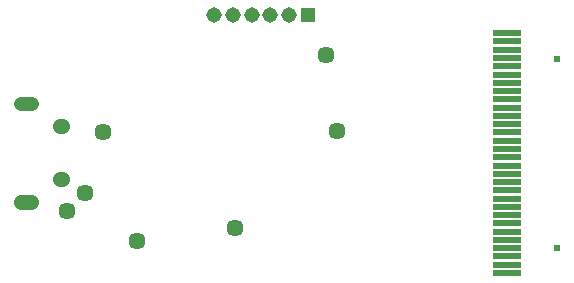
<source format=gbs>
G04 EAGLE Gerber RS-274X export*
G75*
%MOMM*%
%FSLAX34Y34*%
%LPD*%
%INBottom Solder Mask*%
%IPPOS*%
%AMOC8*
5,1,8,0,0,1.08239X$1,22.5*%
G01*
%ADD10R,2.403200X0.553200*%
%ADD11C,0.603200*%
%ADD12R,1.309600X1.309600*%
%ADD13C,1.309600*%
%ADD14C,1.198944*%
%ADD15C,1.155072*%
%ADD16C,1.453200*%


D10*
X424496Y32104D03*
X424496Y39104D03*
X424496Y46104D03*
X424496Y53104D03*
X424496Y60104D03*
X424496Y67104D03*
X424496Y74104D03*
X424496Y81104D03*
X424496Y88104D03*
X424496Y95104D03*
X424496Y102104D03*
X424496Y109104D03*
X424496Y116104D03*
X424496Y123104D03*
X424496Y130104D03*
X424496Y137104D03*
X424496Y144104D03*
X424496Y151104D03*
X424496Y158104D03*
X424496Y165104D03*
X424496Y172104D03*
X424496Y179104D03*
X424496Y186104D03*
X424496Y193104D03*
X424496Y200104D03*
X424496Y207104D03*
X424496Y214104D03*
X424496Y221104D03*
X424496Y228104D03*
X424496Y235104D03*
D11*
X466996Y53604D03*
X466996Y213604D03*
D12*
X256032Y250952D03*
D13*
X240157Y250952D03*
X224282Y250952D03*
X208407Y250952D03*
X192532Y250952D03*
X176657Y250952D03*
D14*
X48798Y110832D02*
X46254Y110832D01*
X46254Y111876D01*
X48798Y111876D01*
X48798Y110832D01*
X48798Y155332D02*
X46254Y155332D01*
X46254Y156376D01*
X48798Y156376D01*
X48798Y155332D01*
D15*
X22267Y175113D02*
X22267Y175595D01*
X22267Y175113D02*
X12785Y175113D01*
X12785Y175595D01*
X22267Y175595D01*
X22267Y92095D02*
X22267Y91613D01*
X12785Y91613D01*
X12785Y92095D01*
X22267Y92095D01*
D16*
X111760Y58928D03*
X82296Y151384D03*
X67056Y99568D03*
X51816Y84328D03*
X271272Y216408D03*
X280416Y152400D03*
X194056Y70104D03*
M02*

</source>
